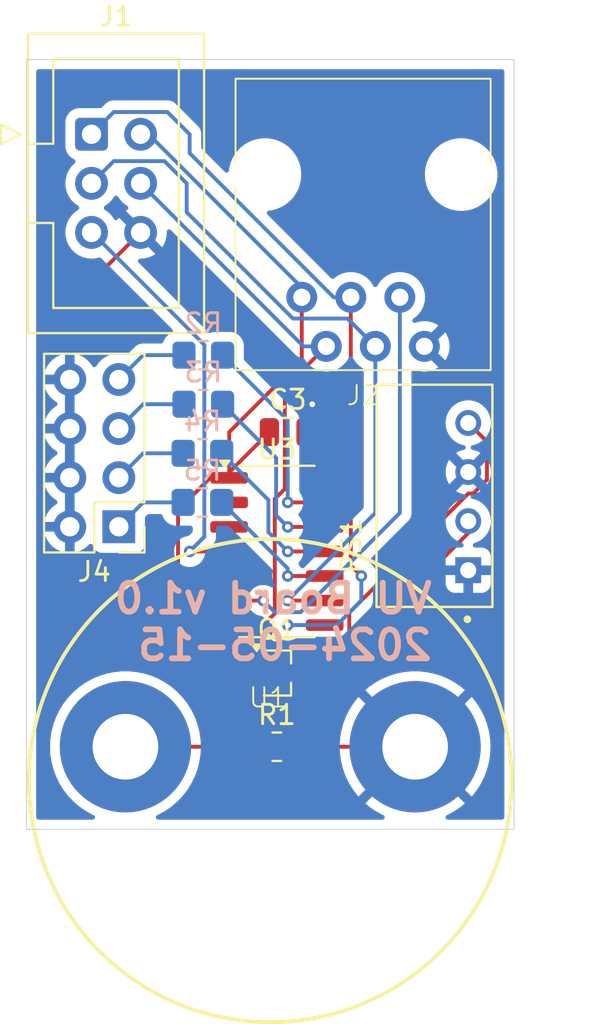
<source format=kicad_pcb>
(kicad_pcb (version 20240108) (generator "pcbnew") (generator_version "8.0")
  (layers (0 "F.Cu" signal) (31 "B.Cu" signal) (34 "B.Paste" user) (35 "F.Paste" user) (36 "B.SilkS" user "B.Silkscreen") (37 "F.SilkS" user "F.Silkscreen") (38 "B.Mask" user) (39 "F.Mask" user) (44 "Edge.Cuts" user))
  (net 0 "")
  (net 1 "VCC")
  (net 2 "GND")
  (net 3 "/CLK")
  (net 4 "/RESET")
  (net 5 "/DO")
  (net 6 "/DI")
  (net 7 "/EN")
  (net 8 "Net-(PS1-+VOUT)")
  (net 10 "/UC_TO_VU")
  (net 11 "Net-(J4-Pin_7)")
  (net 12 "Net-(J4-Pin_1)")
  (net 13 "Net-(J4-Pin_5)")
  (net 14 "Net-(J4-Pin_3)")
  (net 16 "Net-(U3-AREF{slash}PA0)")
  (net 17 "Net-(U3-PA1)")
  (net 18 "Net-(U3-PA2)")
  (net 19 "Net-(U3-PA3)")
  (net 20 "Net-(Q1-S)")
  (footprint "Connector_IDC:IDC-Header_2x03_P2.54mm_Vertical" (layer "F.Cu") (at 143.51 87.63)
    (property "Reference" "J1" (at 1.27 -6.1 0) (layer "F.SilkS"))
    (property "Value" "AVR-ISP-6")
    (fp_line (start -4.68 -0.5) (end -4.68 0.5) (stroke (width 0.12)) (layer "F.SilkS"))
    (fp_line (start -4.68 0.5) (end -3.68 0) (stroke (width 0.12)) (layer "F.SilkS"))
    (fp_line (start -3.68 0) (end -4.68 -0.5) (stroke (width 0.12)) (layer "F.SilkS"))
    (fp_line (start -3.29 -5.21) (end 5.83 -5.21) (stroke (width 0.12)) (layer "F.SilkS"))
    (fp_line (start -3.29 0.49) (end -1.98 0.49) (stroke (width 0.12)) (layer "F.SilkS"))
    (fp_line (start -3.29 10.29) (end -3.29 -5.21) (stroke (width 0.12)) (layer "F.SilkS"))
    (fp_line (start -1.98 -3.91) (end 4.52 -3.91) (stroke (width 0.12)) (layer "F.SilkS"))
    (fp_line (start -1.98 0.49) (end -1.98 -3.91) (stroke (width 0.12)) (layer "F.SilkS"))
    (fp_line (start -1.98 4.59) (end -3.29 4.59) (stroke (width 0.12)) (layer "F.SilkS"))
    (fp_line (start -1.98 4.59) (end -1.98 4.59) (stroke (width 0.12)) (layer "F.SilkS"))
    (fp_line (start -1.98 8.99) (end -1.98 4.59) (stroke (width 0.12)) (layer "F.SilkS"))
    (fp_line (start 4.52 -3.91) (end 4.52 8.99) (stroke (width 0.12)) (layer "F.SilkS"))
    (fp_line (start 4.52 8.99) (end -1.98 8.99) (stroke (width 0.12)) (layer "F.SilkS"))
    (fp_line (start 5.83 -5.21) (end 5.83 10.29) (stroke (width 0.12)) (layer "F.SilkS"))
    (fp_line (start 5.83 10.29) (end -3.29 10.29) (stroke (width 0.12)) (layer "F.SilkS"))
    (pad "1" thru_hole roundrect (at 0 0) (size 1.7 1.7) (drill 1) (layers "*.Cu" "*.Mask") (roundrect_rratio 0.147059) (net 5 "/DO"))
    (pad "2" thru_hole circle (at 2.54 0) (size 1.7 1.7) (drill 1) (layers "*.Cu" "*.Mask") (net 1 "VCC"))
    (pad "3" thru_hole circle (at 0 2.54) (size 1.7 1.7) (drill 1) (layers "*.Cu" "*.Mask") (net 3 "/CLK"))
    (pad "4" thru_hole circle (at 2.54 2.54) (size 1.7 1.7) (drill 1) (layers "*.Cu" "*.Mask") (net 6 "/DI"))
    (pad "5" thru_hole circle (at 0 5.08) (size 1.7 1.7) (drill 1) (layers "*.Cu" "*.Mask") (net 4 "/RESET"))
    (pad "6" thru_hole circle (at 2.54 5.08) (size 1.7 1.7) (drill 1) (layers "*.Cu" "*.Mask") (net 2 "GND"))
  )
  (footprint "ROE_0512S:CONV_ROE-0512S" (layer "F.Cu") (at 161.268397 106.339768 90)
    (property "Reference" "PS1" (at -2.58 -4.29 270) (layer "F.SilkS"))
    (property "Value" "ROE-0512S")
    (fp_line (start 5.75 -3) (end -5.75 -3) (stroke (width 0.127)) (layer "F.SilkS"))
    (fp_line (start -5.75 -3) (end -5.75 3) (stroke (width 0.127)) (layer "F.SilkS"))
    (fp_line (start 5.75 3) (end 5.75 -3) (stroke (width 0.127)) (layer "F.SilkS"))
    (fp_line (start -5.75 3) (end 5.75 3) (stroke (width 0.127)) (layer "F.SilkS"))
    (fp_circle (center -6.39 1.705) (end -6.29 1.705) (stroke (width 0.2)) (fill none) (layer "F.SilkS"))
    (pad "1" thru_hole rect (at -3.85 1.75 90) (size 1.338 1.338) (drill 0.83) (layers "*.Cu" "*.Mask") (net 2 "GND"))
    (pad "2" thru_hole circle (at -1.31 1.75 90) (size 1.338 1.338) (drill 0.83) (layers "*.Cu" "*.Mask") (net 1 "VCC"))
    (pad "3" thru_hole circle (at 1.23 1.75 90) (size 1.338 1.338) (drill 0.83) (layers "*.Cu" "*.Mask") (net 2 "GND"))
    (pad "4" thru_hole circle (at 3.77 1.75 90) (size 1.338 1.338) (drill 0.83) (layers "*.Cu" "*.Mask") (net 8 "Net-(PS1-+VOUT)"))
  )
  (footprint "Capacitor_SMD:C_0805_2012Metric" (layer "F.Cu") (at 153.67 103.043466)
    (property "Reference" "C3" (at 0 -1.68 360) (layer "F.SilkS"))
    (property "Value" "C")
    (fp_line (start -0.261252 -0.735) (end 0.261252 -0.735) (stroke (width 0.12)) (layer "F.SilkS"))
    (fp_line (start -0.261252 0.735) (end 0.261252 0.735) (stroke (width 0.12)) (layer "F.SilkS"))
    (pad "1" smd roundrect (at -0.95 0) (size 1 1.45) (layers "F.Cu" "F.Paste" "F.Mask") (net 1 "VCC"))
    (pad "2" smd roundrect (at 0.95 0) (size 1 1.45) (layers "F.Cu" "F.Paste" "F.Mask") (net 2 "GND"))
  )
  (footprint "Garth:RJ11-Straight" (layer "F.Cu") (at 157.571579 96.065745)
    (property "Reference" "J2" (at 0 5.08 0) (layer "F.SilkS") (effects (font (thickness 0.1))))
    (property "Value" "~")
    (fp_rect (start -6.605 -11.31) (end 6.605 3.77) (stroke (width 0.1)) (fill none) (layer "F.SilkS"))
    (pad "" np_thru_hole circle (at -5.08 -6.35) (size 3.25 3.25) (drill 3.25) (layers "F&B.Cu" "*.Mask"))
    (pad "" np_thru_hole circle (at 5.08 -6.35) (size 3.25 3.25) (drill 3.25) (layers "F&B.Cu" "*.Mask"))
    (pad "1" thru_hole circle (at -3.175 0) (size 1.6 1.6) (drill 0.89) (layers "*.Cu" "*.Mask") (net 1 "VCC"))
    (pad "2" thru_hole circle (at -1.905 2.54) (size 1.6 1.6) (drill 0.89) (layers "*.Cu" "*.Mask") (net 6 "/DI"))
    (pad "3" thru_hole circle (at -0.635 0) (size 1.6 1.6) (drill 0.89) (layers "*.Cu" "*.Mask") (net 5 "/DO"))
    (pad "4" thru_hole circle (at 0.635 2.54) (size 1.6 1.6) (drill 0.89) (layers "*.Cu" "*.Mask") (net 3 "/CLK"))
    (pad "5" thru_hole circle (at 1.905 0) (size 1.6 1.6) (drill 0.89) (layers "*.Cu" "*.Mask") (net 7 "/EN"))
    (pad "6" thru_hole circle (at 3.175 2.54) (size 1.6 1.6) (drill 0.89) (layers "*.Cu" "*.Mask") (net 2 "GND"))
  )
  (footprint "Package_TO_SOT_SMD:SOT-323_SC-70_Handsoldering" (layer "F.Cu") (at 153.108128 115.514349)
    (property "Reference" "Q1" (at 0 -2.25 360) (layer "F.SilkS"))
    (property "Value" "Q_NMOS_GDS")
    (fp_line (start -0.675 -1.17) (end 0.735 -1.17) (stroke (width 0.12)) (layer "F.SilkS"))
    (fp_line (start -0.675 1.16) (end 0.735 1.16) (stroke (width 0.12)) (layer "F.SilkS"))
    (fp_line (start 0.735 -1.17) (end 0.735 -0.5) (stroke (width 0.12)) (layer "F.SilkS"))
    (fp_line (start 0.735 0.5) (end 0.735 1.16) (stroke (width 0.12)) (layer "F.SilkS"))
    (fp_poly (pts (xy -1.045 -1.15) (xy -1.285 -1.48) (xy -0.805 -1.48) (xy -1.045 -1.15)) (stroke (width 0.12)) (fill solid) (layer "F.SilkS"))
    (pad "1" smd roundrect (at -1.33 -0.65 270) (size 0.45 1.5) (layers "F.Cu" "F.Paste" "F.Mask") (net 10 "/UC_TO_VU"))
    (pad "2" smd roundrect (at -1.33 0.65 270) (size 0.45 1.5) (layers "F.Cu" "F.Paste" "F.Mask") (net 20 "Net-(Q1-S)"))
    (pad "3" smd roundrect (at 1.33 0 270) (size 0.45 1.5) (layers "F.Cu" "F.Paste" "F.Mask") (net 8 "Net-(PS1-+VOUT)"))
  )
  (footprint "Garth:VU-Meter" (layer "F.Cu") (at 152.76571 119.324349)
    (property "Reference" "U1" (at -0.12 -2.54 0) (layer "F.SilkS") (effects (font (thickness 0.1))))
    (property "Value" "~")
    (fp_circle (center 0 1.75) (end 12.5 1.75) (stroke (width 0.2)) (fill none) (layer "F.SilkS"))
    (pad "1" thru_hole circle (at -7.5 0) (size 6.8 6.8) (drill 3.4) (layers "*.Cu" "*.Mask") (net 20 "Net-(Q1-S)"))
    (pad "2" thru_hole circle (at 7.5 0) (size 6.8 6.8) (drill 3.4) (layers "*.Cu" "*.Mask") (net 2 "GND"))
  )
  (footprint "Package_SO:SOIC-14_3.9x8.7mm_P1.27mm" (layer "F.Cu") (at 153.108128 109.22)
    (property "Reference" "U3" (at 0 -5.28 360) (layer "F.SilkS"))
    (property "Value" "ATtiny84A-SS")
    (fp_line (start 0 -4.435) (end -1.95 -4.435) (stroke (width 0.12)) (layer "F.SilkS"))
    (fp_line (start 0 -4.435) (end 1.95 -4.435) (stroke (width 0.12)) (layer "F.SilkS"))
    (fp_line (start 0 4.435) (end -1.95 4.435) (stroke (width 0.12)) (layer "F.SilkS"))
    (fp_line (start 0 4.435) (end 1.95 4.435) (stroke (width 0.12)) (layer "F.SilkS"))
    (fp_poly (pts (xy -2.7 -4.37) (xy -2.94 -4.7) (xy -2.46 -4.7) (xy -2.7 -4.37)) (stroke (width 0.12)) (fill solid) (layer "F.SilkS"))
    (pad "1" smd roundrect (at -2.475 -3.81) (size 1.95 0.6) (layers "F.Cu" "F.Paste" "F.Mask") (net 1 "VCC"))
    (pad "2" smd roundrect (at -2.475 -2.54) (size 1.95 0.6) (layers "F.Cu" "F.Paste" "F.Mask"))
    (pad "3" smd roundrect (at -2.475 -1.27) (size 1.95 0.6) (layers "F.Cu" "F.Paste" "F.Mask"))
    (pad "4" smd roundrect (at -2.475 0) (size 1.95 0.6) (layers "F.Cu" "F.Paste" "F.Mask") (net 4 "/RESET"))
    (pad "5" smd roundrect (at -2.475 1.27) (size 1.95 0.6) (layers "F.Cu" "F.Paste" "F.Mask") (net 10 "/UC_TO_VU"))
    (pad "6" smd roundrect (at -2.475 2.54) (size 1.95 0.6) (layers "F.Cu" "F.Paste" "F.Mask") (net 7 "/EN"))
    (pad "7" smd roundrect (at -2.475 3.81) (size 1.95 0.6) (layers "F.Cu" "F.Paste" "F.Mask") (net 6 "/DI"))
    (pad "8" smd roundrect (at 2.475 3.81) (size 1.95 0.6) (layers "F.Cu" "F.Paste" "F.Mask") (net 5 "/DO"))
    (pad "9" smd roundrect (at 2.475 2.54) (size 1.95 0.6) (layers "F.Cu" "F.Paste" "F.Mask") (net 3 "/CLK"))
    (pad "10" smd roundrect (at 2.475 1.27) (size 1.95 0.6) (layers "F.Cu" "F.Paste" "F.Mask") (net 19 "Net-(U3-PA3)"))
    (pad "11" smd roundrect (at 2.475 0) (size 1.95 0.6) (layers "F.Cu" "F.Paste" "F.Mask") (net 18 "Net-(U3-PA2)"))
    (pad "12" smd roundrect (at 2.475 -1.27) (size 1.95 0.6) (layers "F.Cu" "F.Paste" "F.Mask") (net 17 "Net-(U3-PA1)"))
    (pad "13" smd roundrect (at 2.475 -2.54) (size 1.95 0.6) (layers "F.Cu" "F.Paste" "F.Mask") (net 16 "Net-(U3-AREF{slash}PA0)"))
    (pad "14" smd roundrect (at 2.475 -3.81) (size 1.95 0.6) (layers "F.Cu" "F.Paste" "F.Mask") (net 2 "GND"))
  )
  (footprint "Resistor_SMD:R_0805_2012Metric_Pad1.20x1.40mm_HandSolder" (layer "F.Cu") (at 153.108128 119.324349)
    (property "Reference" "R1" (at 0 -1.65 360) (layer "F.SilkS"))
    (property "Value" "R_US")
    (fp_line (start -0.227064 -0.735) (end 0.227064 -0.735) (stroke (width 0.12)) (layer "F.SilkS"))
    (fp_line (start -0.227064 0.735) (end 0.227064 0.735) (stroke (width 0.12)) (layer "F.SilkS"))
    (pad "1" smd roundrect (at -1 0) (size 1.2 1.4) (layers "F.Cu" "F.Paste" "F.Mask") (roundrect_rratio 0.208333) (net 20 "Net-(Q1-S)"))
    (pad "2" smd roundrect (at 1 0) (size 1.2 1.4) (layers "F.Cu" "F.Paste" "F.Mask") (roundrect_rratio 0.208333) (net 2 "GND"))
  )
  (footprint "Connector_PinHeader_2.54mm:PinHeader_2x04_P2.54mm_Vertical" (layer "F.Cu") (at 144.923726 107.94 180)
    (property "Reference" "J4" (at 1.27 -2.33 180) (layer "F.SilkS"))
    (property "Value" "LEDs")
    (fp_line (start 3.87 -1.33) (end 3.87 8.95) (stroke (width 0.12)) (layer "F.SilkS"))
    (fp_line (start 1.27 1.27) (end 1.27 -1.33) (stroke (width 0.12)) (layer "F.SilkS"))
    (fp_line (start 1.27 -1.33) (end 3.87 -1.33) (stroke (width 0.12)) (layer "F.SilkS"))
    (fp_line (start -1.33 8.95) (end 3.87 8.95) (stroke (width 0.12)) (layer "F.SilkS"))
    (fp_line (start -1.33 1.27) (end 1.27 1.27) (stroke (width 0.12)) (layer "F.SilkS"))
    (fp_line (start -1.33 1.27) (end -1.33 8.95) (stroke (width 0.12)) (layer "F.SilkS"))
    (fp_line (start -1.33 0) (end -1.33 -1.33) (stroke (width 0.12)) (layer "F.SilkS"))
    (fp_line (start -1.33 -1.33) (end 0 -1.33) (stroke (width 0.12)) (layer "F.SilkS"))
    (pad "1" thru_hole rect (at 0 0 180) (size 1.7 1.7) (drill 1) (layers "*.Cu" "*.Mask") (net 12 "Net-(J4-Pin_1)"))
    (pad "2" thru_hole oval (at 2.54 0 180) (size 1.7 1.7) (drill 1) (layers "*.Cu" "*.Mask") (net 2 "GND"))
    (pad "3" thru_hole oval (at 0 2.54 180) (size 1.7 1.7) (drill 1) (layers "*.Cu" "*.Mask") (net 14 "Net-(J4-Pin_3)"))
    (pad "4" thru_hole oval (at 2.54 2.54 180) (size 1.7 1.7) (drill 1) (layers "*.Cu" "*.Mask") (net 2 "GND"))
    (pad "5" thru_hole oval (at 0 5.08 180) (size 1.7 1.7) (drill 1) (layers "*.Cu" "*.Mask") (net 13 "Net-(J4-Pin_5)"))
    (pad "6" thru_hole oval (at 2.54 5.08 180) (size 1.7 1.7) (drill 1) (layers "*.Cu" "*.Mask") (net 2 "GND"))
    (pad "7" thru_hole oval (at 0 7.62 180) (size 1.7 1.7) (drill 1) (layers "*.Cu" "*.Mask") (net 11 "Net-(J4-Pin_7)"))
    (pad "8" thru_hole oval (at 2.54 7.62 180) (size 1.7 1.7) (drill 1) (layers "*.Cu" "*.Mask") (net 2 "GND"))
  )
  (footprint "Resistor_SMD:R_0805_2012Metric_Pad1.20x1.40mm_HandSolder" (layer "B.Cu") (at 149.253442 104.14 180)
    (property "Reference" "R4" (at 0 1.65 180) (layer "B.SilkS") (effects (justify mirror)))
    (property "Value" "R_US")
    (fp_line (start 0.227064 0.735) (end -0.227064 0.735) (stroke (width 0.12)) (layer "B.SilkS"))
    (fp_line (start 0.227064 -0.735) (end -0.227064 -0.735) (stroke (width 0.12)) (layer "B.SilkS"))
    (pad "1" smd roundrect (at -1 0 180) (size 1.2 1.4) (layers "B.Cu" "B.Paste" "B.Mask") (roundrect_rratio 0.208333) (net 18 "Net-(U3-PA2)"))
    (pad "2" smd roundrect (at 1 0 180) (size 1.2 1.4) (layers "B.Cu" "B.Paste" "B.Mask") (roundrect_rratio 0.208333) (net 14 "Net-(J4-Pin_3)"))
  )
  (footprint "Resistor_SMD:R_0805_2012Metric_Pad1.20x1.40mm_HandSolder" (layer "B.Cu") (at 149.298128 101.6 180)
    (property "Reference" "R3" (at 0 1.65 180) (layer "B.SilkS") (effects (justify mirror)))
    (property "Value" "R_US")
    (fp_line (start 0.227064 0.735) (end -0.227064 0.735) (stroke (width 0.12)) (layer "B.SilkS"))
    (fp_line (start 0.227064 -0.735) (end -0.227064 -0.735) (stroke (width 0.12)) (layer "B.SilkS"))
    (pad "1" smd roundrect (at -1 0 180) (size 1.2 1.4) (layers "B.Cu" "B.Paste" "B.Mask") (roundrect_rratio 0.208333) (net 17 "Net-(U3-PA1)"))
    (pad "2" smd roundrect (at 1 0 180) (size 1.2 1.4) (layers "B.Cu" "B.Paste" "B.Mask") (roundrect_rratio 0.208333) (net 13 "Net-(J4-Pin_5)"))
  )
  (footprint "Resistor_SMD:R_0805_2012Metric_Pad1.20x1.40mm_HandSolder" (layer "B.Cu") (at 149.253442 106.68 180)
    (property "Reference" "R5" (at 0 1.65 180) (layer "B.SilkS") (effects (justify mirror)))
    (property "Value" "R_US")
    (fp_line (start 0.227064 0.735) (end -0.227064 0.735) (stroke (width 0.12)) (layer "B.SilkS"))
    (fp_line (start 0.227064 -0.735) (end -0.227064 -0.735) (stroke (width 0.12)) (layer "B.SilkS"))
    (pad "1" smd roundrect (at -1 0 180) (size 1.2 1.4) (layers "B.Cu" "B.Paste" "B.Mask") (roundrect_rratio 0.208333) (net 19 "Net-(U3-PA3)"))
    (pad "2" smd roundrect (at 1 0 180) (size 1.2 1.4) (layers "B.Cu" "B.Paste" "B.Mask") (roundrect_rratio 0.208333) (net 12 "Net-(J4-Pin_1)"))
  )
  (footprint "Resistor_SMD:R_0805_2012Metric_Pad1.20x1.40mm_HandSolder" (layer "B.Cu") (at 149.298128 99.06 180)
    (property "Reference" "R2" (at 0 1.65 180) (layer "B.SilkS") (effects (justify mirror)))
    (property "Value" "R_US")
    (fp_line (start 0.227064 0.735) (end -0.227064 0.735) (stroke (width 0.12)) (layer "B.SilkS"))
    (fp_line (start 0.227064 -0.735) (end -0.227064 -0.735) (stroke (width 0.12)) (layer "B.SilkS"))
    (pad "1" smd roundrect (at -1 0 180) (size 1.2 1.4) (layers "B.Cu" "B.Paste" "B.Mask") (roundrect_rratio 0.208333) (net 16 "Net-(U3-AREF{slash}PA0)"))
    (pad "2" smd roundrect (at 1 0 180) (size 1.2 1.4) (layers "B.Cu" "B.Paste" "B.Mask") (roundrect_rratio 0.208333) (net 11 "Net-(J4-Pin_7)"))
  )
  (gr_rect (start 140.140225 83.764349) (end 165.391196 123.600079) (stroke (width 0.05)) (fill none) (layer "Edge.Cuts"))
  (gr_text "VU Board v1.0\n2024-05-15" (at 161.29 114.948794 0) (layer "B.SilkS") (effects (font (size 1.5 1.5) (thickness 0.3) (bold yes)) (justify left bottom mirror)))
  (segment (start 150.641128 103.043466) (end 150.641128 105.402) (width 0.2) (layer "F.Cu") (net 1))
  (segment (start 154.396579 99.288015) (end 150.641128 103.043466) (width 0.2) (layer "F.Cu") (net 1))
  (segment (start 150.383663 115.389349) (end 147.99 112.995686) (width 0.2) (layer "F.Cu") (net 1))
  (segment (start 150.633128 105.130338) (end 150.633128 105.41) (width 0.2) (layer "F.Cu") (net 1))
  (segment (start 152.72 103.043466) (end 150.633128 105.130338) (width 0.2) (layer "F.Cu") (net 1))
  (segment (start 149.658129 105.41) (end 150.633128 105.41) (width 0.2) (layer "F.Cu") (net 1))
  (segment (start 155.249608 116.039349) (end 153.239608 116.039349) (width 0.2) (layer "F.Cu") (net 1))
  (segment (start 163.018397 107.649768) (end 163.018397 108.27056) (width 0.2) (layer "F.Cu") (net 1))
  (segment (start 154.396579 96.065745) (end 154.396579 99.288015) (width 0.2) (layer "F.Cu") (net 1))
  (segment (start 147.99 112.995686) (end 147.99 107.078129) (width 0.2) (layer "F.Cu") (net 1))
  (segment (start 153.239608 116.039349) (end 152.589608 115.389349) (width 0.2) (layer "F.Cu") (net 1))
  (segment (start 150.641128 105.402) (end 150.633128 105.41) (width 0.2) (layer "F.Cu") (net 1))
  (segment (start 147.99 107.078129) (end 149.658129 105.41) (width 0.2) (layer "F.Cu") (net 1))
  (segment (start 152.589608 115.389349) (end 150.383663 115.389349) (width 0.2) (layer "F.Cu") (net 1))
  (segment (start 163.018397 108.27056) (end 155.249608 116.039349) (width 0.2) (layer "F.Cu") (net 1))
  (segment (start 154.396579 96.065745) (end 154.396579 95.563818) (width 0.2) (layer "B.Cu") (net 1))
  (segment (start 154.396579 95.563818) (end 146.462761 87.63) (width 0.2) (layer "B.Cu") (net 1))
  (segment (start 146.462761 87.63) (end 146.05 87.63) (width 0.2) (layer "B.Cu") (net 1))
  (segment (start 146.05 92.71) (end 142.383726 96.376274) (width 0.2) (layer "F.Cu") (net 2))
  (segment (start 154.62 103.043466) (end 154.62 104.446872) (width 0.2) (layer "F.Cu") (net 2))
  (segment (start 154.62 101.92) (end 154.94 101.6) (width 0.2) (layer "F.Cu") (net 2))
  (segment (start 142.383726 96.376274) (end 142.383726 100.32) (width 0.2) (layer "F.Cu") (net 2))
  (segment (start 154.62 103.043466) (end 154.62 101.92) (width 0.2) (layer "F.Cu") (net 2))
  (segment (start 154.108128 119.324349) (end 160.26571 119.324349) (width 0.2) (layer "F.Cu") (net 2))
  (segment (start 154.62 104.446872) (end 155.583128 105.41) (width 0.2) (layer "F.Cu") (net 2))
  (via (at 154.94 101.6) (size 0.6) (drill 0.3) (layers "F.Cu" "B.Cu") (net 2))
  (segment (start 154.94 101.6) (end 146.05 92.71) (width 0.2) (layer "B.Cu") (net 2))
  (segment (start 153.67 111.76) (end 155.583128 111.76) (width 0.2) (layer "F.Cu") (net 3))
  (via (at 153.67 111.76) (size 0.6) (drill 0.3) (layers "F.Cu" "B.Cu") (net 3))
  (segment (start 158.206579 107.223421) (end 153.67 111.76) (width 0.2) (layer "B.Cu") (net 3))
  (segment (start 148.437076 91.661877) (end 153.940944 97.165745) (width 0.2) (layer "B.Cu") (net 3))
  (segment (start 143.51 90.17) (end 144.66 89.02) (width 0.2) (layer "B.Cu") (net 3))
  (segment (start 148.437076 90.17) (end 148.437076 91.661877) (width 0.2) (layer "B.Cu") (net 3))
  (segment (start 156.766579 97.165745) (end 158.206579 98.605745) (width 0.2) (layer "B.Cu") (net 3))
  (segment (start 144.66 89.02) (end 147.287076 89.02) (width 0.2) (layer "B.Cu") (net 3))
  (segment (start 158.206579 98.605745) (end 158.206579 107.223421) (width 0.2) (layer "B.Cu") (net 3))
  (segment (start 153.940944 97.165745) (end 156.766579 97.165745) (width 0.2) (layer "B.Cu") (net 3))
  (segment (start 147.287076 89.02) (end 148.437076 90.17) (width 0.2) (layer "B.Cu") (net 3))
  (segment (start 148.59 109.22) (end 150.633128 109.22) (width 0.2) (layer "F.Cu") (net 4))
  (via (at 148.59 109.22) (size 0.6) (drill 0.3) (layers "F.Cu" "B.Cu") (net 4))
  (segment (start 149.353442 108.456558) (end 148.59 109.22) (width 0.2) (layer "B.Cu") (net 4))
  (segment (start 143.532872 92.71) (end 149.353442 98.53057) (width 0.2) (layer "B.Cu") (net 4))
  (segment (start 143.51 92.71) (end 143.532872 92.71) (width 0.2) (layer "B.Cu") (net 4))
  (segment (start 149.353442 98.53057) (end 149.353442 108.456558) (width 0.2) (layer "B.Cu") (net 4))
  (segment (start 156.936579 96.065745) (end 156.936579 109.946579) (width 0.2) (layer "F.Cu") (net 5))
  (segment (start 156.936579 109.946579) (end 157.48 110.49) (width 0.2) (layer "F.Cu") (net 5))
  (segment (start 153.67 113.03) (end 155.583128 113.03) (width 0.2) (layer "F.Cu") (net 5))
  (via (at 153.67 113.03) (size 0.6) (drill 0.3) (layers "F.Cu" "B.Cu") (net 5))
  (via (at 157.48 110.49) (size 0.6) (drill 0.3) (layers "F.Cu" "B.Cu") (net 5))
  (segment (start 148.59 87.63) (end 148.59 88.607238) (width 0.2) (layer "B.Cu") (net 5))
  (segment (start 156.21 113.03) (end 153.67 113.03) (width 0.2) (layer "B.Cu") (net 5))
  (segment (start 157.48 111.76) (end 156.21 113.03) (width 0.2) (layer "B.Cu") (net 5))
  (segment (start 143.51 87.63) (end 144.66 86.48) (width 0.2) (layer "B.Cu") (net 5))
  (segment (start 147.44 86.48) (end 148.59 87.63) (width 0.2) (layer "B.Cu") (net 5))
  (segment (start 144.66 86.48) (end 147.44 86.48) (width 0.2) (layer "B.Cu") (net 5))
  (segment (start 156.048507 96.065745) (end 156.936579 96.065745) (width 0.2) (layer "B.Cu") (net 5))
  (segment (start 148.59 88.607238) (end 156.048507 96.065745) (width 0.2) (layer "B.Cu") (net 5))
  (segment (start 157.48 110.49) (end 157.48 111.76) (width 0.2) (layer "B.Cu") (net 5))
  (segment (start 155.666579 98.605745) (end 153.52 100.752324) (width 0.2) (layer "F.Cu") (net 6))
  (segment (start 153 112.43) (end 152.4 113.03) (width 0.2) (layer "F.Cu") (net 6))
  (segment (start 152.4 113.03) (end 150.633128 113.03) (width 0.2) (layer "F.Cu") (net 6))
  (segment (start 153 106.501471) (end 153 112.43) (width 0.2) (layer "F.Cu") (net 6))
  (segment (start 153.52 105.981471) (end 153 106.501471) (width 0.2) (layer "F.Cu") (net 6))
  (segment (start 153.52 100.752324) (end 153.52 105.981471) (width 0.2) (layer "F.Cu") (net 6))
  (segment (start 146.05 90.17) (end 154.485745 98.605745) (width 0.2) (layer "B.Cu") (net 6))
  (segment (start 154.485745 98.605745) (end 155.666579 98.605745) (width 0.2) (layer "B.Cu") (net 6))
  (segment (start 152.4 111.76) (end 150.633128 111.76) (width 0.2) (layer "F.Cu") (net 7))
  (via (at 152.4 111.76) (size 0.6) (drill 0.3) (layers "F.Cu" "B.Cu") (net 7))
  (segment (start 153 112.36) (end 154.34 112.36) (width 0.2) (layer "B.Cu") (net 7))
  (segment (start 154.34 112.36) (end 159.476579 107.223421) (width 0.2) (layer "B.Cu") (net 7))
  (segment (start 152.4 111.76) (end 153 112.36) (width 0.2) (layer "B.Cu") (net 7))
  (segment (start 159.476579 107.223421) (end 159.476579 96.065745) (width 0.2) (layer "B.Cu") (net 7))
  (segment (start 163.987397 103.538768) (end 163.987397 105.511141) (width 0.2) (layer "F.Cu") (net 8))
  (segment (start 163.018397 102.569768) (end 163.987397 103.538768) (width 0.2) (layer "F.Cu") (net 8))
  (segment (start 155.188127 115.514349) (end 154.438128 115.514349) (width 0.2) (layer "F.Cu") (net 8))
  (segment (start 163.276935 106.221603) (end 163.018397 106.221603) (width 0.2) (layer "F.Cu") (net 8))
  (segment (start 156.858128 113.844348) (end 155.188127 115.514349) (width 0.2) (layer "F.Cu") (net 8))
  (segment (start 163.987397 105.511141) (end 163.276935 106.221603) (width 0.2) (layer "F.Cu") (net 8))
  (segment (start 156.858128 112.381872) (end 156.858128 113.844348) (width 0.2) (layer "F.Cu") (net 8))
  (segment (start 163.018397 106.221603) (end 156.858128 112.381872) (width 0.2) (layer "F.Cu") (net 8))
  (segment (start 150.424349 114.864349) (end 151.778128 114.864349) (width 0.2) (layer "F.Cu") (net 10))
  (segment (start 149.358128 110.790001) (end 149.358128 113.798128) (width 0.2) (layer "F.Cu") (net 10))
  (segment (start 150.633128 110.49) (end 149.658129 110.49) (width 0.2) (layer "F.Cu") (net 10))
  (segment (start 149.358128 113.798128) (end 150.424349 114.864349) (width 0.2) (layer "F.Cu") (net 10))
  (segment (start 149.658129 110.49) (end 149.358128 110.790001) (width 0.2) (layer "F.Cu") (net 10))
  (segment (start 144.79 100.32) (end 144.78 100.33) (width 0.2) (layer "F.Cu") (net 11))
  (segment (start 144.923726 100.32) (end 144.79 100.32) (width 0.2) (layer "F.Cu") (net 11))
  (segment (start 148.298128 99.06) (end 146.183726 99.06) (width 0.2) (layer "B.Cu") (net 11))
  (segment (start 146.183726 99.06) (end 144.923726 100.32) (width 0.2) (layer "B.Cu") (net 11))
  (segment (start 148.253442 106.68) (end 146.183726 106.68) (width 0.2) (layer "B.Cu") (net 12))
  (segment (start 146.183726 106.68) (end 144.923726 107.94) (width 0.2) (layer "B.Cu") (net 12))
  (segment (start 146.183726 101.6) (end 144.923726 102.86) (width 0.2) (layer "B.Cu") (net 13))
  (segment (start 148.298128 101.6) (end 146.183726 101.6) (width 0.2) (layer "B.Cu") (net 13))
  (segment (start 146.183726 104.14) (end 144.923726 105.4) (width 0.2) (layer "B.Cu") (net 14))
  (segment (start 148.253442 104.14) (end 146.183726 104.14) (width 0.2) (layer "B.Cu") (net 14))
  (segment (start 153.67 106.68) (end 155.583128 106.68) (width 0.2) (layer "F.Cu") (net 16))
  (via (at 153.67 106.68) (size 0.6) (drill 0.3) (layers "F.Cu" "B.Cu") (net 16))
  (segment (start 150.298128 99.06) (end 153.67 102.431872) (width 0.2) (layer "B.Cu") (net 16))
  (segment (start 153.67 102.431872) (end 153.67 106.68) (width 0.2) (layer "B.Cu") (net 16))
  (segment (start 153.67 107.95) (end 155.583128 107.95) (width 0.2) (layer "F.Cu") (net 17))
  (via (at 153.67 107.95) (size 0.6) (drill 0.3) (layers "F.Cu" "B.Cu") (net 17))
  (segment (start 153.07 107.35) (end 153.67 107.95) (width 0.2) (layer "B.Cu") (net 17))
  (segment (start 150.298128 101.6) (end 153.07 104.371872) (width 0.2) (layer "B.Cu") (net 17))
  (segment (start 153.07 104.371872) (end 153.07 107.35) (width 0.2) (layer "B.Cu") (net 17))
  (segment (start 153.67 109.22) (end 155.583128 109.22) (width 0.2) (layer "F.Cu") (net 18))
  (via (at 153.67 109.22) (size 0.6) (drill 0.3) (layers "F.Cu" "B.Cu") (net 18))
  (segment (start 150.253442 104.14) (end 152.67 106.556558) (width 0.2) (layer "B.Cu") (net 18))
  (segment (start 152.67 108.22) (end 153.67 109.22) (width 0.2) (layer "B.Cu") (net 18))
  (segment (start 152.67 106.556558) (end 152.67 108.22) (width 0.2) (layer "B.Cu") (net 18))
  (segment (start 153.67 110.49) (end 155.583128 110.49) (width 0.2) (layer "F.Cu") (net 19))
  (via (at 153.67 110.49) (size 0.6) (drill 0.3) (layers "F.Cu" "B.Cu") (net 19))
  (segment (start 153.67 110.096558) (end 153.67 110.49) (width 0.2) (layer "B.Cu") (net 19))
  (segment (start 150.253442 106.68) (end 153.67 110.096558) (width 0.2) (layer "B.Cu") (net 19))
  (segment (start 152.108128 116.494349) (end 151.778128 116.164349) (width 0.2) (layer "F.Cu") (net 20))
  (segment (start 152.108128 119.324349) (end 152.108128 116.494349) (width 0.2) (layer "F.Cu") (net 20))
  (segment (start 145.26571 119.324349) (end 152.108128 119.324349) (width 0.2) (layer "F.Cu") (net 20))
  (zone (net 2) (net_name "GND") (layer "B.Cu") (connect_pads (clearance 0.5)) (min_thickness 0.25) (fill yes (thermal_gap 0.5) (thermal_bridge_width 0.5))
    (polygon (pts (xy 140.325669 83.933811) (xy 165.262569 83.933811) (xy 165.262569 123.467109) (xy 165.22932 123.500358) (xy 140.29242 123.500358) (xy 140.29242 84.000309) (xy 140.325669 83.96706)))
  )
)
</source>
